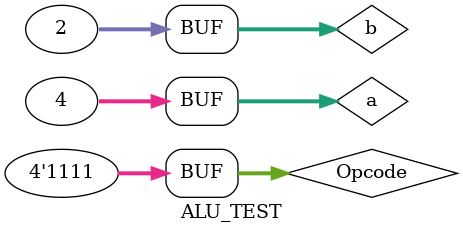
<source format=v>
`timescale 1ns/1ps
module ALU (output reg [31:0] AluRes, input [31:0] A,B, input [3:0] Opcode);


always @(A, B, Opcode)
begin 

case (Opcode)
4'b0000 : AluRes = 32'b0;
4'b0001 : AluRes = A+1;
4'b0010 : AluRes = A+B;
4'b0011 : AluRes = A-1;
4'b0100 : AluRes = A-B;
4'b0101 : AluRes = B-A;
4'b0110 : AluRes = A*B;
4'b0111 : AluRes = B;
4'b1000 : AluRes = A&B;
4'b1001 : AluRes = A|B;
4'b1010 : AluRes = A^B;
4'b1011 : AluRes = ~A ;	
4'b1100 : AluRes = A<<1;
4'b1101 : AluRes = A<<B;
4'b1110 : AluRes = A>>1;
4'b1111 : AluRes = A>>B;
default: AluRes=32'bz;
endcase
end
endmodule 

module ALU_TEST() ;
reg [3:0] Opcode;
reg [31:0] a,b;
wire [31:0] AluRes;

ALU UUT(.AluRes(AluRes), .a(a), .b(b), .Opcode(Opcode));

initial 
begin
#10 a = 32'd4; 
#10 b = 32'd2;
#10 Opcode = 4'b0000; 
#10 Opcode = 4'b0001;
#10 Opcode = 4'b0010;
#10 Opcode = 4'b0011; 
#10 Opcode = 4'b0100; 
#10 Opcode = 4'b0101; 
#10 Opcode = 4'b0110; 
#10 Opcode = 4'b0111; 
#10 Opcode = 4'b1000;
#10 Opcode = 4'b1001;
#10 Opcode = 4'b1010;
#10 Opcode = 4'b1011; 
#10 Opcode = 4'b1100;  
#10 Opcode = 4'b1101; 
#10 Opcode = 4'b1110;  
#10 Opcode = 4'b1111;  
end

endmodule 

</source>
